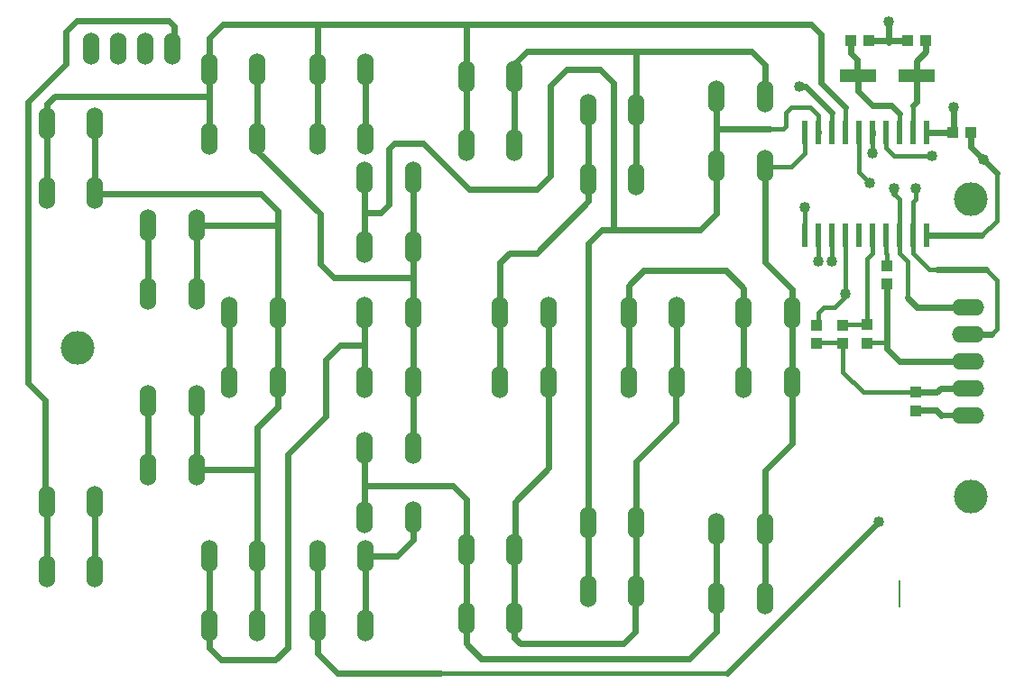
<source format=gtl>
%FSTAX24Y24*%
%MOIN*%
G70*
G01*
G75*
G04 Layer_Physical_Order=1*
G04 Layer_Color=255*
%ADD10R,0.0050X0.1000*%
%ADD11R,0.0440X0.0400*%
%ADD12R,0.0400X0.0440*%
%ADD13R,0.0440X0.0400*%
%ADD14R,0.0240X0.0870*%
%ADD15R,0.0240X0.0870*%
%ADD16R,0.1380X0.0480*%
%ADD17C,0.0160*%
%ADD18C,0.0240*%
%ADD19C,0.0120*%
%ADD20C,0.0200*%
%ADD21O,0.0600X0.1200*%
%ADD22O,0.1200X0.0600*%
%ADD23C,0.1250*%
%ADD24C,0.0400*%
D10*
X042609Y013399D02*
D03*
D11*
X04149Y03385D02*
D03*
X040815D02*
D03*
X04291D02*
D03*
X043585D02*
D03*
X04524Y03045D02*
D03*
X044565D02*
D03*
D12*
X04215Y02486D02*
D03*
Y025535D02*
D03*
D13*
X0432Y02084D02*
D03*
Y020165D02*
D03*
X0414Y02334D02*
D03*
Y022665D02*
D03*
X0405Y02266D02*
D03*
Y023335D02*
D03*
X03955Y02266D02*
D03*
Y023335D02*
D03*
D14*
X0391Y02665D02*
D03*
X0396D02*
D03*
X0401D02*
D03*
X0406D02*
D03*
X0411D02*
D03*
X0416D02*
D03*
X0421D02*
D03*
X0426D02*
D03*
X0431D02*
D03*
X0436D02*
D03*
X0421Y03045D02*
D03*
X0416D02*
D03*
X0411D02*
D03*
X0406D02*
D03*
X0401D02*
D03*
X0396D02*
D03*
X0391D02*
D03*
X0426D02*
D03*
X0431D02*
D03*
D15*
X0436D02*
D03*
D16*
X041067Y03255D02*
D03*
X04324D02*
D03*
D17*
X02565Y01045D02*
X03625D01*
X0416Y026D02*
Y02665D01*
X0414Y0258D02*
X0416Y026D01*
X0414Y02334D02*
Y0258D01*
X04137Y02334D02*
X0414Y0233D01*
X0405Y02334D02*
X04137D01*
X0401Y0257D02*
Y02665D01*
X0396Y0257D02*
Y02665D01*
X0391D02*
Y0277D01*
X03764Y02924D02*
X03765Y02925D01*
X03764Y02922D02*
Y02924D01*
Y02922D02*
X03766Y0292D01*
X0386D01*
X0391Y0297D01*
Y03045D01*
X0395Y0233D02*
Y0234D01*
X03955Y02345D01*
X0396Y0235D01*
Y0238D01*
X0398Y024D01*
X0402D01*
X0406Y0244D01*
Y0245D01*
Y02665D01*
X0378Y0306D02*
X0383D01*
X0384Y0307D01*
Y0312D01*
X0386Y0314D01*
X0393D01*
X0396Y0311D01*
Y0305D02*
Y0311D01*
X0401Y03045D02*
Y0312D01*
X0416Y0297D02*
Y0304D01*
X0411Y029D02*
X0415Y0286D01*
X0411Y029D02*
Y03045D01*
X0406D02*
Y0314D01*
X0421Y02665D02*
Y0267D01*
Y026D02*
Y02665D01*
Y026D02*
X04215Y02595D01*
Y02554D02*
Y02595D01*
X0429Y0243D02*
Y0257D01*
X0426Y026D02*
X0429Y0257D01*
X0426Y02665D02*
Y028D01*
X0424Y0282D02*
X0426Y028D01*
Y026D02*
Y02665D01*
X0437Y0254D02*
X044D01*
X0431Y026D02*
X0437Y0254D01*
X0431Y0279D02*
X0432Y028D01*
X0431Y02665D02*
Y0279D01*
X0432Y028D02*
Y0284D01*
X046Y023D02*
X0462Y0232D01*
Y025D01*
X0458Y0254D02*
X0462Y025D01*
X0431Y026D02*
Y02665D01*
X0426Y03045D02*
Y03115D01*
X0431Y03045D02*
Y03145D01*
X0421Y0299D02*
X0424Y0296D01*
X0421Y0299D02*
Y03045D01*
X0424Y0296D02*
X0438D01*
X04209Y02267D02*
X04215Y0226D01*
X0414Y02267D02*
X04209D01*
X04565Y02665D02*
X0462Y0272D01*
Y02895D01*
X0405Y0216D02*
Y02267D01*
Y0216D02*
X04127Y02084D01*
X0432D01*
X03955Y02267D02*
X0405D01*
D18*
X03625Y01045D02*
X04185Y01605D01*
X01889Y01954D02*
X01965Y0203D01*
X01964Y02378D02*
Y027D01*
X01664Y01797D02*
X01882D01*
X01964Y02122D02*
Y02378D01*
X01664Y01797D02*
Y02053D01*
X01889Y01222D02*
Y01478D01*
X01289Y02822D02*
Y03078D01*
X01882Y01797D02*
X01889Y0179D01*
X01961Y02703D02*
X01964Y027D01*
X01664Y02703D02*
X01961D01*
X01664Y02447D02*
Y02703D01*
X01289Y02822D02*
X01291Y0282D01*
X019D01*
X01964Y02756D01*
Y027D02*
Y02756D01*
X01965Y0212D02*
Y02121D01*
Y0203D02*
Y0212D01*
X01889Y0179D02*
Y01954D01*
Y01478D02*
Y0179D01*
X02459Y0251D02*
X02464Y02505D01*
X0217Y0251D02*
X02459D01*
X0212Y0256D02*
X0217Y0251D01*
X0212Y0256D02*
Y02745D01*
X01889Y02976D02*
X0212Y02745D01*
X01889Y02976D02*
Y03022D01*
Y03278D01*
X02464Y02622D02*
Y02878D01*
Y02505D02*
Y02622D01*
Y02378D02*
Y02505D01*
Y02122D02*
Y02378D01*
Y01878D02*
Y02122D01*
Y01622D02*
X02465Y01621D01*
Y0154D02*
Y01621D01*
X02403Y01478D02*
X02465Y0154D01*
X02289Y01478D02*
X02403D01*
X02289Y01222D02*
Y01478D01*
X02839Y01503D02*
X0284Y01504D01*
Y0168D01*
X02964Y01804D01*
Y02122D01*
X03435Y02118D02*
X03439Y02122D01*
X03435Y01975D02*
Y02118D01*
X03289Y01829D02*
X03435Y01975D01*
X03289Y01603D02*
Y01829D01*
Y01347D02*
Y01603D01*
X03285Y01343D02*
X03289Y01347D01*
X03285Y012D02*
Y01343D01*
X0324Y01155D02*
X03285Y012D01*
X0286Y01155D02*
X0324D01*
X02839Y01176D02*
X0286Y01155D01*
X02839Y01176D02*
Y01247D01*
Y01503D01*
X02964Y02122D02*
Y02378D01*
X02289Y03022D02*
Y03278D01*
X03439Y02122D02*
Y02378D01*
Y02122D02*
X0344Y02121D01*
X03765Y02565D02*
Y02925D01*
Y02565D02*
X03864Y02466D01*
Y02378D02*
Y02466D01*
X03285Y03345D02*
X03289Y03341D01*
Y03128D02*
Y03341D01*
Y02872D02*
Y03128D01*
X03764Y03178D02*
X03765Y03179D01*
Y03295D01*
X03715Y03345D02*
X03765Y03295D01*
X03285Y03345D02*
X03715D01*
X02885D02*
X03285D01*
X02839Y03299D02*
X02885Y03345D01*
X02839Y03253D02*
Y03299D01*
Y02997D02*
Y03253D01*
X03864Y02122D02*
Y02378D01*
Y02122D02*
X03865Y02121D01*
Y01895D02*
Y02121D01*
X03764Y01794D02*
X03865Y01895D01*
X03764Y01578D02*
Y01794D01*
Y01322D02*
Y01578D01*
X01289Y01422D02*
Y01678D01*
X01486Y01797D02*
Y02053D01*
X0396Y03045D02*
Y0305D01*
X03586Y0306D02*
X0378D01*
X032Y02685D02*
X03205Y0269D01*
X03111Y02636D02*
X0316Y02685D01*
X03111Y01603D02*
Y02636D01*
X02286Y02745D02*
X02291Y0275D01*
X02345D01*
X02375Y0278D01*
Y02985D01*
X02395Y03005D01*
X025D01*
X0267Y02835D01*
X0292D01*
X0297Y02885D01*
Y0322D01*
X0303Y0328D01*
X03155D01*
X03205Y0323D01*
Y0269D02*
Y0323D01*
X0316Y02685D02*
X032D01*
X03525D01*
X03586Y02746D01*
Y02922D01*
X02286Y02745D02*
Y02878D01*
Y02622D02*
Y02745D01*
X03586Y0306D02*
Y03178D01*
Y02922D02*
Y0306D01*
X03111Y01347D02*
Y01603D01*
X0389Y03215D02*
X03915D01*
X0401Y0312D01*
X0228Y0226D02*
X02286Y02254D01*
Y02122D02*
Y02254D01*
X0228Y0226D02*
X02286D01*
X02195D02*
X0228D01*
X02286D02*
Y02378D01*
X0214Y02205D02*
X02195Y0226D01*
X0214Y01995D02*
Y02205D01*
X02Y01855D02*
X0214Y01995D01*
X02Y0114D02*
Y01855D01*
X01955Y01095D02*
X02Y0114D01*
X01755Y01095D02*
X01955D01*
X0171Y0114D02*
X01755Y01095D01*
X0171Y0114D02*
Y0122D01*
Y01225D01*
Y0122D02*
X01711Y01221D01*
Y01222D01*
Y01478D01*
X0326Y02379D02*
X03261Y02378D01*
X0326Y02379D02*
Y0248D01*
X03315Y02535D01*
X0362D01*
X03686Y02469D01*
Y02378D02*
Y02469D01*
Y02122D02*
Y02378D01*
X03261Y02122D02*
Y02378D01*
X03585Y01585D02*
X03586Y01584D01*
Y0158D02*
Y01584D01*
Y01578D02*
Y0158D01*
Y01322D02*
Y01578D01*
X0266Y01504D02*
X02661Y01503D01*
X0266Y01504D02*
Y0169D01*
X02661Y01247D02*
Y01503D01*
X03585Y01321D02*
X03586Y01322D01*
X03585Y012D02*
Y01321D01*
X03485Y011D02*
X03585Y012D01*
X02715Y011D02*
X03485D01*
X02661Y01154D02*
X02715Y011D01*
X02661Y01154D02*
Y01247D01*
X0261Y0174D02*
X0266Y0169D01*
X0416Y0304D02*
Y03045D01*
Y0305D01*
X02286Y0174D02*
Y01878D01*
Y01622D02*
Y0174D01*
X0261D01*
X01486Y02447D02*
Y02703D01*
X02185Y01045D02*
X02565D01*
X02111Y01119D02*
X02185Y01045D01*
X02111Y01119D02*
Y01222D01*
X02786Y02122D02*
Y02378D01*
X02785Y02379D02*
X02786Y02378D01*
X02785Y02379D02*
Y02565D01*
X0282Y026D01*
X0292D01*
X03111Y02791D01*
Y02872D01*
Y03128D01*
X01786Y02122D02*
Y02378D01*
X02111Y01222D02*
Y01478D01*
X0397Y0323D02*
X0406Y0314D01*
X0397Y0323D02*
Y0341D01*
X0114Y0318D02*
X01711D01*
X01111Y03151D02*
X0114Y0318D01*
X01111Y03078D02*
Y03151D01*
X0266Y03445D02*
X02661Y03444D01*
Y03253D02*
Y03444D01*
X03935Y03445D02*
X0397Y0341D01*
X0266Y03445D02*
X03935D01*
X02105D02*
X0266D01*
X02105D02*
X0211Y0344D01*
Y03279D02*
Y0344D01*
X0176Y03445D02*
X02105D01*
X0266Y0325D02*
Y0341D01*
Y0325D02*
X02661Y03249D01*
Y02997D02*
Y03249D01*
X02111Y03022D02*
Y03278D01*
X01711Y0318D02*
Y03278D01*
Y03022D02*
Y0318D01*
X0211Y03279D02*
X02111Y03278D01*
X01711Y03396D02*
X0176Y03445D01*
X01711Y03278D02*
Y03396D01*
X01709Y0328D02*
X01711Y03278D01*
X01111Y02822D02*
Y03078D01*
X0424Y0282D02*
Y0284D01*
X04325Y024D02*
X04515D01*
X04293Y02433D02*
X04325Y024D01*
X0429Y02435D02*
X04293Y02433D01*
X04515Y023D02*
X046D01*
X044Y0254D02*
X0458D01*
X04105Y03255D02*
X04107D01*
Y03199D02*
Y03255D01*
X04105D02*
Y03315D01*
X0423Y03145D02*
X0426Y03115D01*
X0416Y03145D02*
X0423D01*
X04107Y03199D02*
X0416Y03145D01*
X04082Y03339D02*
X04105Y03315D01*
X04082Y03339D02*
Y03385D01*
X04324Y03255D02*
X04325Y03254D01*
Y0316D02*
Y03254D01*
X0431Y03145D02*
X04325Y0316D01*
X04324Y03255D02*
X04325Y03257D01*
Y0331D01*
X04359Y03344D01*
Y03385D01*
X04399Y02017D02*
X04415Y02D01*
X0432Y02017D02*
X04399D01*
X0436Y02665D02*
X04565D01*
X01575Y03355D02*
X0158Y0336D01*
Y0344D01*
X0156Y0346D02*
X0158Y0344D01*
X0122Y0346D02*
X0156D01*
X0118Y0342D02*
X0122Y0346D01*
X0118Y033D02*
Y0342D01*
X0104Y0316D02*
X0118Y033D01*
X0104Y0212D02*
Y0316D01*
Y0212D02*
X01105Y02055D01*
Y01684D02*
Y02055D01*
X0457Y02945D02*
X0462Y02895D01*
X04515Y022D02*
X0452D01*
X0426D02*
X04515D01*
X04215Y02245D02*
X0426Y022D01*
X04215Y02245D02*
Y0226D01*
Y02487D01*
X04524Y02992D02*
X0457Y02945D01*
X04524Y02992D02*
Y03045D01*
X0415Y03385D02*
X0422D01*
X0429D01*
X0415Y0338D02*
Y03385D01*
X0422Y0338D02*
Y03385D01*
Y03455D01*
X01105Y01684D02*
X01111Y01678D01*
Y01422D02*
Y01678D01*
X0446Y0305D02*
Y0314D01*
Y03045D02*
Y0305D01*
Y0304D02*
Y03045D01*
X04457D02*
X0446D01*
X0436D02*
X04457D01*
X04415Y021D02*
X04515D01*
X04399Y02084D02*
X04415Y021D01*
X0432Y02084D02*
X04399D01*
D19*
X0414Y0233D02*
Y02334D01*
X01965Y0212D02*
X0197D01*
X01964Y02122D02*
X0197Y0212D01*
X03955Y02345D02*
X0396Y0234D01*
X03955Y02334D02*
X0396Y0234D01*
X03586Y0158D02*
X0359D01*
X03586Y01578D02*
X0359Y0158D01*
X0429Y0243D02*
X04293Y02433D01*
D20*
X0171Y0122D02*
X0172D01*
X01711Y01222D02*
X0172Y0122D01*
X0266Y0325D02*
X02661Y03253D01*
X04415Y02D02*
X04515D01*
X0429Y03385D02*
Y0339D01*
X04292Y03385D01*
X0415D02*
Y0339D01*
X04149Y03385D02*
X0415Y0339D01*
X04457Y03045D02*
X0446Y0305D01*
D21*
X01289Y03078D02*
D03*
X01111D02*
D03*
X01289Y02822D02*
D03*
X01111D02*
D03*
X01664Y02053D02*
D03*
X01486D02*
D03*
X01664Y01797D02*
D03*
X01486D02*
D03*
X01664Y02703D02*
D03*
X01486D02*
D03*
X01664Y02447D02*
D03*
X01486D02*
D03*
X01889Y01478D02*
D03*
X01711D02*
D03*
X01889Y01222D02*
D03*
X01711D02*
D03*
X01964Y02378D02*
D03*
X01786D02*
D03*
X01964Y02122D02*
D03*
X01786D02*
D03*
X01889Y03278D02*
D03*
X01711D02*
D03*
X01889Y03022D02*
D03*
X01711D02*
D03*
X02289Y01478D02*
D03*
X02111D02*
D03*
X02289Y01222D02*
D03*
X02111D02*
D03*
X02464Y01878D02*
D03*
X02286D02*
D03*
X02464Y01622D02*
D03*
X02286D02*
D03*
X02464Y02378D02*
D03*
X02286D02*
D03*
X02464Y02122D02*
D03*
X02286D02*
D03*
X02464Y02878D02*
D03*
X02286D02*
D03*
X02464Y02622D02*
D03*
X02286D02*
D03*
X02289Y03278D02*
D03*
X02111D02*
D03*
X02289Y03022D02*
D03*
X02111D02*
D03*
X02839Y01503D02*
D03*
X02661D02*
D03*
X02839Y01247D02*
D03*
X02661D02*
D03*
X02964Y02378D02*
D03*
X02786D02*
D03*
X02964Y02122D02*
D03*
X02786D02*
D03*
X03439Y02378D02*
D03*
X03261D02*
D03*
X03439Y02122D02*
D03*
X03261D02*
D03*
X03289Y01603D02*
D03*
X03111D02*
D03*
X03289Y01347D02*
D03*
X03111D02*
D03*
X02839Y03253D02*
D03*
X02661D02*
D03*
X02839Y02997D02*
D03*
X02661D02*
D03*
X03289Y03128D02*
D03*
X03111D02*
D03*
X03289Y02872D02*
D03*
X03111D02*
D03*
X03764Y01578D02*
D03*
X03586D02*
D03*
X03764Y01322D02*
D03*
X03586D02*
D03*
X03864Y02378D02*
D03*
X03686D02*
D03*
X03864Y02122D02*
D03*
X03686D02*
D03*
X03764Y03178D02*
D03*
X03586D02*
D03*
X03764Y02922D02*
D03*
X03586D02*
D03*
X01575Y03355D02*
D03*
X01475D02*
D03*
X01375D02*
D03*
X01275D02*
D03*
X01289Y01678D02*
D03*
X01111D02*
D03*
X01289Y01422D02*
D03*
X01111D02*
D03*
D22*
X04515Y024D02*
D03*
Y023D02*
D03*
Y022D02*
D03*
Y021D02*
D03*
Y02D02*
D03*
D23*
X01225Y0225D02*
D03*
X04525Y028D02*
D03*
Y017D02*
D03*
D24*
X0401Y0257D02*
D03*
X0396D02*
D03*
X0391Y0277D02*
D03*
X0406Y0245D02*
D03*
X0389Y03215D02*
D03*
X0416Y0297D02*
D03*
X04185Y01605D02*
D03*
X0415Y0286D02*
D03*
X0424Y0284D02*
D03*
X0432D02*
D03*
X0438Y0296D02*
D03*
X0422Y03455D02*
D03*
X0457Y02945D02*
D03*
X0446Y0314D02*
D03*
M02*

</source>
